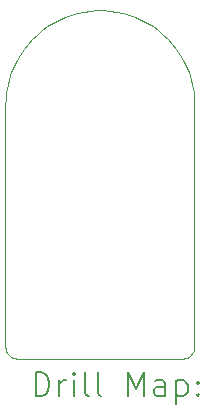
<source format=gbr>
%TF.GenerationSoftware,KiCad,Pcbnew,8.0.8*%
%TF.CreationDate,2025-02-15T12:19:56-06:00*%
%TF.ProjectId,SAO-CR1616,53414f2d-4352-4313-9631-362e6b696361,rev?*%
%TF.SameCoordinates,Original*%
%TF.FileFunction,Drillmap*%
%TF.FilePolarity,Positive*%
%FSLAX45Y45*%
G04 Gerber Fmt 4.5, Leading zero omitted, Abs format (unit mm)*
G04 Created by KiCad (PCBNEW 8.0.8) date 2025-02-15 12:19:56*
%MOMM*%
%LPD*%
G01*
G04 APERTURE LIST*
%ADD10C,0.100000*%
%ADD11C,0.200000*%
G04 APERTURE END LIST*
D10*
X15083623Y-14204382D02*
X15138918Y-14212154D01*
X15193537Y-14223763D01*
X15247214Y-14239155D01*
X15299685Y-14258253D01*
X15350697Y-14280965D01*
X15400000Y-14307180D01*
X15447354Y-14336770D01*
X15492529Y-14369591D01*
X15535304Y-14405484D01*
X15575472Y-14444273D01*
X15612836Y-14485770D01*
X15647214Y-14529772D01*
X15678438Y-14576065D01*
X15706358Y-14624423D01*
X15730836Y-14674611D01*
X15751754Y-14726384D01*
X15769009Y-14779490D01*
X15782518Y-14833671D01*
X15792214Y-14888661D01*
X15798051Y-14944195D01*
X15800000Y-15000000D01*
X15800000Y-17050000D01*
X15798078Y-17069509D01*
X15792388Y-17088268D01*
X15783147Y-17105557D01*
X15770711Y-17120711D01*
X15755557Y-17133147D01*
X15738268Y-17142388D01*
X15719509Y-17148079D01*
X15700000Y-17150000D01*
X14300000Y-17150000D01*
X14280491Y-17148079D01*
X14261732Y-17142388D01*
X14244443Y-17133147D01*
X14229289Y-17120711D01*
X14216853Y-17105557D01*
X14207612Y-17088268D01*
X14201921Y-17069509D01*
X14200000Y-17050000D01*
X14200000Y-15000000D01*
X14201949Y-14944195D01*
X14207785Y-14888661D01*
X14217482Y-14833671D01*
X14230991Y-14779490D01*
X14248246Y-14726384D01*
X14269164Y-14674611D01*
X14293642Y-14624423D01*
X14321561Y-14576065D01*
X14352786Y-14529772D01*
X14387164Y-14485770D01*
X14424528Y-14444273D01*
X14464695Y-14405484D01*
X14507471Y-14369591D01*
X14552646Y-14336770D01*
X14600000Y-14307180D01*
X14649303Y-14280965D01*
X14700315Y-14258253D01*
X14752786Y-14239155D01*
X14806462Y-14223763D01*
X14861081Y-14212154D01*
X14916377Y-14204382D01*
X14972080Y-14200487D01*
X15027920Y-14200487D01*
X15083623Y-14204382D01*
D11*
X14455777Y-17466484D02*
X14455777Y-17266484D01*
X14455777Y-17266484D02*
X14503396Y-17266484D01*
X14503396Y-17266484D02*
X14531967Y-17276008D01*
X14531967Y-17276008D02*
X14551015Y-17295055D01*
X14551015Y-17295055D02*
X14560539Y-17314103D01*
X14560539Y-17314103D02*
X14570062Y-17352198D01*
X14570062Y-17352198D02*
X14570062Y-17380770D01*
X14570062Y-17380770D02*
X14560539Y-17418865D01*
X14560539Y-17418865D02*
X14551015Y-17437912D01*
X14551015Y-17437912D02*
X14531967Y-17456960D01*
X14531967Y-17456960D02*
X14503396Y-17466484D01*
X14503396Y-17466484D02*
X14455777Y-17466484D01*
X14655777Y-17466484D02*
X14655777Y-17333150D01*
X14655777Y-17371246D02*
X14665301Y-17352198D01*
X14665301Y-17352198D02*
X14674824Y-17342674D01*
X14674824Y-17342674D02*
X14693872Y-17333150D01*
X14693872Y-17333150D02*
X14712920Y-17333150D01*
X14779586Y-17466484D02*
X14779586Y-17333150D01*
X14779586Y-17266484D02*
X14770062Y-17276008D01*
X14770062Y-17276008D02*
X14779586Y-17285531D01*
X14779586Y-17285531D02*
X14789110Y-17276008D01*
X14789110Y-17276008D02*
X14779586Y-17266484D01*
X14779586Y-17266484D02*
X14779586Y-17285531D01*
X14903396Y-17466484D02*
X14884348Y-17456960D01*
X14884348Y-17456960D02*
X14874824Y-17437912D01*
X14874824Y-17437912D02*
X14874824Y-17266484D01*
X15008158Y-17466484D02*
X14989110Y-17456960D01*
X14989110Y-17456960D02*
X14979586Y-17437912D01*
X14979586Y-17437912D02*
X14979586Y-17266484D01*
X15236729Y-17466484D02*
X15236729Y-17266484D01*
X15236729Y-17266484D02*
X15303396Y-17409341D01*
X15303396Y-17409341D02*
X15370062Y-17266484D01*
X15370062Y-17266484D02*
X15370062Y-17466484D01*
X15551015Y-17466484D02*
X15551015Y-17361722D01*
X15551015Y-17361722D02*
X15541491Y-17342674D01*
X15541491Y-17342674D02*
X15522443Y-17333150D01*
X15522443Y-17333150D02*
X15484348Y-17333150D01*
X15484348Y-17333150D02*
X15465301Y-17342674D01*
X15551015Y-17456960D02*
X15531967Y-17466484D01*
X15531967Y-17466484D02*
X15484348Y-17466484D01*
X15484348Y-17466484D02*
X15465301Y-17456960D01*
X15465301Y-17456960D02*
X15455777Y-17437912D01*
X15455777Y-17437912D02*
X15455777Y-17418865D01*
X15455777Y-17418865D02*
X15465301Y-17399817D01*
X15465301Y-17399817D02*
X15484348Y-17390293D01*
X15484348Y-17390293D02*
X15531967Y-17390293D01*
X15531967Y-17390293D02*
X15551015Y-17380770D01*
X15646253Y-17333150D02*
X15646253Y-17533150D01*
X15646253Y-17342674D02*
X15665301Y-17333150D01*
X15665301Y-17333150D02*
X15703396Y-17333150D01*
X15703396Y-17333150D02*
X15722443Y-17342674D01*
X15722443Y-17342674D02*
X15731967Y-17352198D01*
X15731967Y-17352198D02*
X15741491Y-17371246D01*
X15741491Y-17371246D02*
X15741491Y-17428389D01*
X15741491Y-17428389D02*
X15731967Y-17447436D01*
X15731967Y-17447436D02*
X15722443Y-17456960D01*
X15722443Y-17456960D02*
X15703396Y-17466484D01*
X15703396Y-17466484D02*
X15665301Y-17466484D01*
X15665301Y-17466484D02*
X15646253Y-17456960D01*
X15827205Y-17447436D02*
X15836729Y-17456960D01*
X15836729Y-17456960D02*
X15827205Y-17466484D01*
X15827205Y-17466484D02*
X15817682Y-17456960D01*
X15817682Y-17456960D02*
X15827205Y-17447436D01*
X15827205Y-17447436D02*
X15827205Y-17466484D01*
X15827205Y-17342674D02*
X15836729Y-17352198D01*
X15836729Y-17352198D02*
X15827205Y-17361722D01*
X15827205Y-17361722D02*
X15817682Y-17352198D01*
X15817682Y-17352198D02*
X15827205Y-17342674D01*
X15827205Y-17342674D02*
X15827205Y-17361722D01*
M02*

</source>
